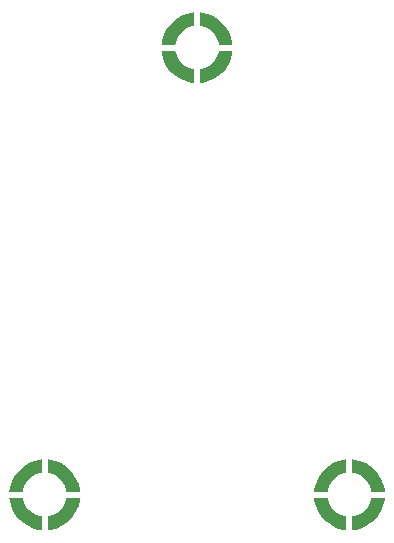
<source format=gbp>
%FSLAX25Y25*%
%MOIN*%
G70*
G01*
G75*
G04 Layer_Color=128*
%ADD10R,0.02992X0.03347*%
%ADD11R,0.04331X0.02362*%
%ADD12O,0.04331X0.02362*%
%ADD13R,0.08661X0.11024*%
%ADD14O,0.07480X0.02362*%
%ADD15R,0.07480X0.02362*%
%ADD16R,0.03347X0.02992*%
%ADD17O,0.03150X0.01102*%
%ADD18R,0.06496X0.09449*%
%ADD19R,0.00866X0.02756*%
%ADD20R,0.01378X0.01969*%
%ADD21R,0.02795X0.01811*%
%ADD22R,0.05709X0.08268*%
%ADD23R,0.10984X0.07539*%
%ADD24R,0.03500X0.05000*%
%ADD25R,0.20866X0.09843*%
%ADD26R,0.07874X0.12992*%
%ADD27R,0.07874X0.03543*%
%ADD28R,0.08268X0.05709*%
%ADD29R,0.04331X0.06890*%
%ADD30R,0.02500X0.04173*%
%ADD31R,0.24803X0.21654*%
%ADD32R,0.10827X0.03543*%
%ADD33R,0.16700X0.15000*%
%ADD34C,0.01000*%
%ADD35C,0.02500*%
%ADD36C,0.01000*%
%ADD37C,0.00800*%
%ADD38R,0.06000X0.06000*%
%ADD39C,0.06000*%
%ADD40C,0.15000*%
%ADD41C,0.07500*%
%ADD42C,0.05118*%
%ADD43R,0.05118X0.05118*%
%ADD44C,0.05906*%
%ADD45R,0.08000X0.08000*%
%ADD46C,0.08000*%
%ADD47R,0.06000X0.06000*%
%ADD48C,0.07000*%
%ADD49R,0.07000X0.07000*%
%ADD50C,0.12000*%
%ADD51C,0.23622*%
%ADD52C,0.27559*%
%ADD53C,0.02000*%
%ADD54C,0.02800*%
%ADD55C,0.05000*%
%ADD56C,0.00984*%
%ADD57C,0.00600*%
%ADD58C,0.00500*%
%ADD59C,0.01181*%
%ADD60C,0.03937*%
%ADD61C,0.00787*%
%ADD62C,0.00700*%
%ADD63C,0.00900*%
%ADD64R,0.06000X0.05000*%
%ADD65R,0.07700X0.06900*%
%ADD66R,0.05512X0.07874*%
%ADD67R,0.03347X0.06299*%
%ADD68R,0.03292X0.03647*%
%ADD69R,0.04631X0.02662*%
%ADD70O,0.04631X0.02662*%
%ADD71R,0.08961X0.11324*%
%ADD72O,0.07780X0.02662*%
%ADD73R,0.07780X0.02662*%
%ADD74R,0.03647X0.03292*%
%ADD75O,0.03450X0.01402*%
%ADD76R,0.06796X0.09749*%
%ADD77R,0.01678X0.02269*%
%ADD78R,0.03095X0.02111*%
%ADD79R,0.06009X0.08568*%
%ADD80R,0.11284X0.07839*%
%ADD81R,0.03800X0.05300*%
%ADD82R,0.21166X0.10143*%
%ADD83R,0.08174X0.13292*%
%ADD84R,0.08174X0.03843*%
%ADD85R,0.08568X0.06009*%
%ADD86R,0.04631X0.07190*%
%ADD87R,0.02800X0.04473*%
%ADD88R,0.25103X0.21954*%
%ADD89R,0.11127X0.03843*%
%ADD90R,0.17000X0.15300*%
%ADD91R,0.06300X0.06300*%
%ADD92C,0.06300*%
%ADD93C,0.15800*%
%ADD94C,0.07800*%
%ADD95C,0.05418*%
%ADD96R,0.05418X0.05418*%
%ADD97C,0.06206*%
%ADD98R,0.08300X0.08300*%
%ADD99C,0.08300*%
%ADD100R,0.06300X0.06300*%
%ADD101C,0.07300*%
%ADD102R,0.07300X0.07300*%
%ADD103C,0.12300*%
%ADD104C,0.23922*%
%ADD105C,0.27859*%
%ADD106C,0.03600*%
G36*
X400058Y151606D02*
X399989Y150737D01*
X399555Y148930D01*
X398844Y147212D01*
X397872Y145627D01*
X396665Y144213D01*
X395251Y143006D01*
X393666Y142034D01*
X391949Y141323D01*
X390141Y140889D01*
X389272Y140821D01*
X389272Y140821D01*
X389272Y145369D01*
X389715Y145413D01*
X391088Y145829D01*
X392354Y146505D01*
X393462Y147415D01*
X394373Y148524D01*
X395049Y149790D01*
X395465Y151163D01*
X395509Y151606D01*
X395504Y151606D01*
X400058Y151606D01*
D02*
G37*
G36*
X285728Y164360D02*
X285728Y159812D01*
X285285Y159769D01*
X283912Y159352D01*
X282646Y158676D01*
X281538Y157766D01*
X280627Y156657D01*
X279951Y155391D01*
X279535Y154018D01*
X279491Y153576D01*
X279496Y153575D01*
X274942Y153575D01*
X275011Y154444D01*
X275445Y156252D01*
X276156Y157969D01*
X277128Y159554D01*
X278335Y160968D01*
X279749Y162175D01*
X281334Y163147D01*
X283051Y163858D01*
X284859Y164292D01*
X285728Y164361D01*
X285728Y164360D01*
D02*
G37*
G36*
X288566Y164292D02*
X290374Y163858D01*
X292091Y163147D01*
X293676Y162175D01*
X295090Y160968D01*
X296298Y159554D01*
X297269Y157969D01*
X297980Y156252D01*
X298414Y154444D01*
X298483Y153575D01*
X293929Y153575D01*
X293934Y153576D01*
X293891Y154018D01*
X293474Y155391D01*
X292798Y156657D01*
X291888Y157766D01*
X290779Y158676D01*
X289513Y159352D01*
X288140Y159769D01*
X287698Y159812D01*
X287697Y164360D01*
X287697Y164361D01*
X288566Y164292D01*
D02*
G37*
G36*
X279491Y151606D02*
X279535Y151163D01*
X279951Y149790D01*
X280627Y148524D01*
X281538Y147415D01*
X282646Y146505D01*
X283912Y145829D01*
X285285Y145413D01*
X285728Y145369D01*
X285728Y140821D01*
X285728Y140821D01*
X284859Y140889D01*
X283051Y141323D01*
X281334Y142034D01*
X279749Y143006D01*
X278335Y144213D01*
X277128Y145627D01*
X276156Y147212D01*
X275445Y148930D01*
X275011Y150737D01*
X274942Y151606D01*
X279496Y151606D01*
X279491Y151606D01*
D02*
G37*
G36*
X298483Y151606D02*
X298414Y150737D01*
X297980Y148930D01*
X297269Y147212D01*
X296298Y145627D01*
X295090Y144213D01*
X293676Y143006D01*
X292091Y142034D01*
X290374Y141323D01*
X288566Y140889D01*
X287697Y140821D01*
X287697Y140821D01*
X287698Y145369D01*
X288140Y145413D01*
X289513Y145829D01*
X290779Y146505D01*
X291888Y147415D01*
X292798Y148524D01*
X293474Y149790D01*
X293891Y151163D01*
X293934Y151606D01*
X293929Y151606D01*
X298483Y151606D01*
D02*
G37*
G36*
X381066Y151606D02*
X381109Y151163D01*
X381526Y149790D01*
X382202Y148524D01*
X383112Y147415D01*
X384221Y146505D01*
X385487Y145829D01*
X386860Y145413D01*
X387302Y145369D01*
X387303Y140821D01*
X387303Y140821D01*
X386434Y140889D01*
X384626Y141323D01*
X382909Y142034D01*
X381324Y143006D01*
X379910Y144213D01*
X378702Y145627D01*
X377731Y147212D01*
X377020Y148930D01*
X376586Y150737D01*
X376517Y151606D01*
X381071Y151606D01*
X381066Y151606D01*
D02*
G37*
G36*
X349270Y300622D02*
X349202Y299753D01*
X348768Y297945D01*
X348056Y296228D01*
X347085Y294642D01*
X345878Y293229D01*
X344464Y292021D01*
X342879Y291050D01*
X341161Y290339D01*
X339353Y289905D01*
X338484Y289836D01*
X338484Y289836D01*
X338485Y294385D01*
X338928Y294428D01*
X340301Y294845D01*
X341566Y295521D01*
X342675Y296431D01*
X343585Y297540D01*
X344262Y298805D01*
X344678Y300179D01*
X344722Y300621D01*
X344717Y300622D01*
X349270Y300622D01*
D02*
G37*
G36*
X336516Y313376D02*
X336515Y308828D01*
X336072Y308784D01*
X334699Y308368D01*
X333434Y307692D01*
X332325Y306781D01*
X331415Y305672D01*
X330738Y304407D01*
X330322Y303034D01*
X330278Y302591D01*
X330283Y302590D01*
X325730Y302591D01*
X325798Y303460D01*
X326232Y305267D01*
X326944Y306985D01*
X327915Y308570D01*
X329122Y309984D01*
X330536Y311191D01*
X332121Y312162D01*
X333839Y312874D01*
X335647Y313308D01*
X336516Y313376D01*
X336516Y313376D01*
D02*
G37*
G36*
X339353Y313308D02*
X341161Y312874D01*
X342879Y312162D01*
X344464Y311191D01*
X345878Y309984D01*
X347085Y308570D01*
X348056Y306985D01*
X348768Y305267D01*
X349202Y303460D01*
X349270Y302591D01*
X344717Y302590D01*
X344722Y302591D01*
X344678Y303034D01*
X344262Y304407D01*
X343585Y305672D01*
X342675Y306781D01*
X341566Y307692D01*
X340301Y308368D01*
X338928Y308784D01*
X338485Y308828D01*
X338484Y313376D01*
X338484Y313376D01*
X339353Y313308D01*
D02*
G37*
G36*
X387303Y164360D02*
X387302Y159812D01*
X386860Y159769D01*
X385487Y159352D01*
X384221Y158676D01*
X383112Y157766D01*
X382202Y156657D01*
X381526Y155391D01*
X381109Y154018D01*
X381066Y153576D01*
X381071Y153575D01*
X376517Y153575D01*
X376586Y154444D01*
X377020Y156252D01*
X377731Y157969D01*
X378702Y159554D01*
X379910Y160968D01*
X381324Y162175D01*
X382909Y163147D01*
X384626Y163858D01*
X386434Y164292D01*
X387303Y164361D01*
X387303Y164360D01*
D02*
G37*
G36*
X390141Y164292D02*
X391949Y163858D01*
X393666Y163147D01*
X395251Y162175D01*
X396665Y160968D01*
X397872Y159554D01*
X398844Y157969D01*
X399555Y156252D01*
X399989Y154444D01*
X400058Y153575D01*
X395504Y153575D01*
X395509Y153576D01*
X395465Y154018D01*
X395049Y155391D01*
X394373Y156657D01*
X393462Y157766D01*
X392354Y158676D01*
X391088Y159352D01*
X389715Y159769D01*
X389272Y159812D01*
X389272Y164360D01*
X389272Y164361D01*
X390141Y164292D01*
D02*
G37*
G36*
X330278Y300621D02*
X330322Y300179D01*
X330738Y298805D01*
X331415Y297540D01*
X332325Y296431D01*
X333434Y295521D01*
X334699Y294845D01*
X336072Y294428D01*
X336515Y294385D01*
X336516Y289836D01*
X336516Y289836D01*
X335647Y289905D01*
X333839Y290339D01*
X332121Y291050D01*
X330536Y292021D01*
X329122Y293229D01*
X327915Y294642D01*
X326944Y296228D01*
X326232Y297945D01*
X325798Y299753D01*
X325730Y300622D01*
X330283Y300622D01*
X330278Y300621D01*
D02*
G37*
M02*

</source>
